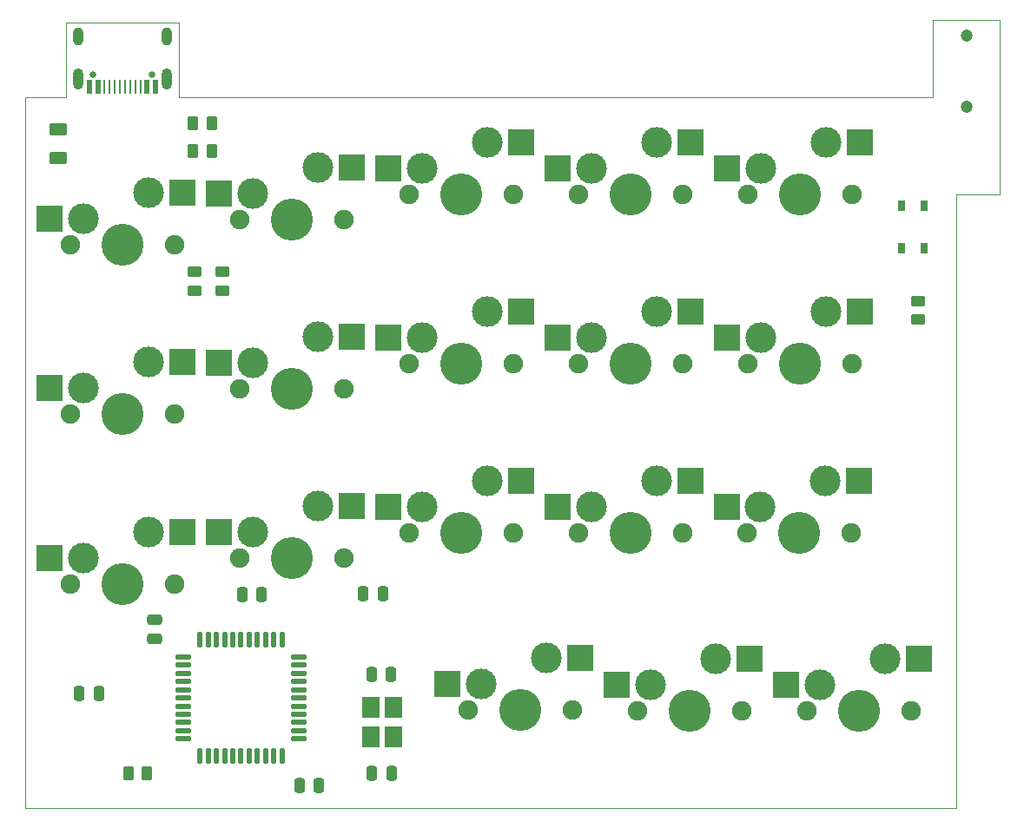
<source format=gbs>
%TF.GenerationSoftware,KiCad,Pcbnew,(6.0.6)*%
%TF.CreationDate,2022-12-14T08:04:59+09:00*%
%TF.ProjectId,split-mini__left,73706c69-742d-46d6-996e-695f5f6c6566,rev?*%
%TF.SameCoordinates,Original*%
%TF.FileFunction,Soldermask,Bot*%
%TF.FilePolarity,Negative*%
%FSLAX46Y46*%
G04 Gerber Fmt 4.6, Leading zero omitted, Abs format (unit mm)*
G04 Created by KiCad (PCBNEW (6.0.6)) date 2022-12-14 08:04:59*
%MOMM*%
%LPD*%
G01*
G04 APERTURE LIST*
G04 Aperture macros list*
%AMRoundRect*
0 Rectangle with rounded corners*
0 $1 Rounding radius*
0 $2 $3 $4 $5 $6 $7 $8 $9 X,Y pos of 4 corners*
0 Add a 4 corners polygon primitive as box body*
4,1,4,$2,$3,$4,$5,$6,$7,$8,$9,$2,$3,0*
0 Add four circle primitives for the rounded corners*
1,1,$1+$1,$2,$3*
1,1,$1+$1,$4,$5*
1,1,$1+$1,$6,$7*
1,1,$1+$1,$8,$9*
0 Add four rect primitives between the rounded corners*
20,1,$1+$1,$2,$3,$4,$5,0*
20,1,$1+$1,$4,$5,$6,$7,0*
20,1,$1+$1,$6,$7,$8,$9,0*
20,1,$1+$1,$8,$9,$2,$3,0*%
G04 Aperture macros list end*
%TA.AperFunction,Profile*%
%ADD10C,0.100000*%
%TD*%
%ADD11C,1.900000*%
%ADD12C,4.100000*%
%ADD13C,3.000000*%
%ADD14R,2.550000X2.500000*%
%ADD15C,0.650000*%
%ADD16R,0.580000X1.400000*%
%ADD17R,0.280000X1.400000*%
%ADD18O,1.000000X1.800000*%
%ADD19O,1.000000X2.100000*%
%ADD20RoundRect,0.137500X-0.137500X0.600000X-0.137500X-0.600000X0.137500X-0.600000X0.137500X0.600000X0*%
%ADD21RoundRect,0.137500X-0.600000X0.137500X-0.600000X-0.137500X0.600000X-0.137500X0.600000X0.137500X0*%
%ADD22RoundRect,0.250000X-0.625000X0.375000X-0.625000X-0.375000X0.625000X-0.375000X0.625000X0.375000X0*%
%ADD23RoundRect,0.250000X0.262500X0.450000X-0.262500X0.450000X-0.262500X-0.450000X0.262500X-0.450000X0*%
%ADD24RoundRect,0.250000X-0.262500X-0.450000X0.262500X-0.450000X0.262500X0.450000X-0.262500X0.450000X0*%
%ADD25RoundRect,0.250000X-0.250000X-0.475000X0.250000X-0.475000X0.250000X0.475000X-0.250000X0.475000X0*%
%ADD26C,1.200000*%
%ADD27RoundRect,0.250000X0.250000X0.475000X-0.250000X0.475000X-0.250000X-0.475000X0.250000X-0.475000X0*%
%ADD28R,0.650000X1.050000*%
%ADD29R,1.800000X2.100000*%
%ADD30RoundRect,0.250000X-0.475000X0.250000X-0.475000X-0.250000X0.475000X-0.250000X0.475000X0.250000X0*%
%ADD31RoundRect,0.250000X0.450000X-0.262500X0.450000X0.262500X-0.450000X0.262500X-0.450000X-0.262500X0*%
%ADD32RoundRect,0.250000X-0.450000X0.262500X-0.450000X-0.262500X0.450000X-0.262500X0.450000X0.262500X0*%
G04 APERTURE END LIST*
D10*
X108880000Y-20730000D02*
X108880000Y-28230000D01*
X115380000Y-37730000D02*
X115380000Y-20730000D01*
X20380000Y-97555000D02*
X111155000Y-97555000D01*
X24380000Y-28230000D02*
X20380000Y-28230000D01*
X35380000Y-28230000D02*
X35380000Y-20930000D01*
X115380000Y-37730000D02*
X111155000Y-37730000D01*
X111155000Y-97555000D02*
X111155000Y-37730000D01*
X35380000Y-20930000D02*
X24380000Y-20930000D01*
X115380000Y-20730000D02*
X108880000Y-20730000D01*
X20380000Y-28230000D02*
X20380000Y-97555000D01*
X108880000Y-28230000D02*
X35380000Y-28230000D01*
X24380000Y-20930000D02*
X24380000Y-28230000D01*
D11*
%TO.C,SW15*%
X100960000Y-70730000D03*
D12*
X95880000Y-70730000D03*
D13*
X92070000Y-68190000D03*
D11*
X90800000Y-70730000D03*
D13*
X98420000Y-65650000D03*
D14*
X88795000Y-68190000D03*
X101722000Y-65650000D03*
%TD*%
D11*
%TO.C,SW7*%
X41300000Y-56720000D03*
X51460000Y-56720000D03*
D13*
X48920000Y-51640000D03*
D12*
X46380000Y-56720000D03*
D13*
X42570000Y-54180000D03*
D14*
X39295000Y-54180000D03*
X52222000Y-51640000D03*
%TD*%
D11*
%TO.C,SW3*%
X57830000Y-37720000D03*
D13*
X59100000Y-35180000D03*
D12*
X62910000Y-37720000D03*
D13*
X65450000Y-32640000D03*
D11*
X67990000Y-37720000D03*
D14*
X55825000Y-35180000D03*
X68752000Y-32640000D03*
%TD*%
D13*
%TO.C,SW6*%
X32410000Y-54090000D03*
D11*
X24790000Y-59170000D03*
D12*
X29870000Y-59170000D03*
D11*
X34950000Y-59170000D03*
D13*
X26060000Y-56630000D03*
D14*
X22785000Y-56630000D03*
X35712000Y-54090000D03*
%TD*%
D13*
%TO.C,SW17*%
X87690000Y-82990000D03*
D11*
X80070000Y-88070000D03*
D12*
X85150000Y-88070000D03*
D13*
X81340000Y-85530000D03*
D11*
X90230000Y-88070000D03*
D14*
X78065000Y-85530000D03*
X90992000Y-82990000D03*
%TD*%
D13*
%TO.C,SW14*%
X81930000Y-65640000D03*
X75580000Y-68180000D03*
D12*
X79390000Y-70720000D03*
D11*
X84470000Y-70720000D03*
X74310000Y-70720000D03*
D14*
X72305000Y-68180000D03*
X85232000Y-65640000D03*
%TD*%
D13*
%TO.C,SW9*%
X75580000Y-51690000D03*
D12*
X79390000Y-54230000D03*
D13*
X81930000Y-49150000D03*
D11*
X84470000Y-54230000D03*
X74310000Y-54230000D03*
D14*
X72305000Y-51690000D03*
X85232000Y-49150000D03*
%TD*%
D13*
%TO.C,SW8*%
X59080000Y-51690000D03*
D11*
X57810000Y-54230000D03*
D12*
X62890000Y-54230000D03*
D13*
X65430000Y-49150000D03*
D11*
X67970000Y-54230000D03*
D14*
X55805000Y-51690000D03*
X68732000Y-49150000D03*
%TD*%
D11*
%TO.C,SW10*%
X100970000Y-54230000D03*
D12*
X95890000Y-54230000D03*
D11*
X90810000Y-54230000D03*
D13*
X92080000Y-51690000D03*
X98430000Y-49150000D03*
D14*
X88805000Y-51690000D03*
X101732000Y-49150000D03*
%TD*%
D12*
%TO.C,SW11*%
X29900000Y-75720000D03*
D13*
X26090000Y-73180000D03*
D11*
X34980000Y-75720000D03*
D13*
X32440000Y-70640000D03*
D11*
X24820000Y-75720000D03*
D14*
X22815000Y-73180000D03*
X35742000Y-70640000D03*
%TD*%
D11*
%TO.C,SW1*%
X24810000Y-42640000D03*
X34970000Y-42640000D03*
D13*
X26080000Y-40100000D03*
X32430000Y-37560000D03*
D12*
X29890000Y-42640000D03*
D14*
X22805000Y-40100000D03*
X35732000Y-37560000D03*
%TD*%
D13*
%TO.C,SW12*%
X42570000Y-70680000D03*
D11*
X51460000Y-73220000D03*
D13*
X48920000Y-68140000D03*
D11*
X41300000Y-73220000D03*
D12*
X46380000Y-73220000D03*
D14*
X39295000Y-70680000D03*
X52222000Y-68140000D03*
%TD*%
D11*
%TO.C,SW5*%
X100990000Y-37700000D03*
X90830000Y-37700000D03*
D13*
X98450000Y-32620000D03*
X92100000Y-35160000D03*
D12*
X95910000Y-37700000D03*
D14*
X88825000Y-35160000D03*
X101752000Y-32620000D03*
%TD*%
D11*
%TO.C,SW2*%
X41310000Y-40190000D03*
D12*
X46390000Y-40190000D03*
D13*
X48930000Y-35110000D03*
X42580000Y-37650000D03*
D11*
X51470000Y-40190000D03*
D14*
X39305000Y-37650000D03*
X52232000Y-35110000D03*
%TD*%
D11*
%TO.C,SW13*%
X67990000Y-70750000D03*
X57830000Y-70750000D03*
D13*
X59100000Y-68210000D03*
X65450000Y-65670000D03*
D12*
X62910000Y-70750000D03*
D14*
X55825000Y-68210000D03*
X68752000Y-65670000D03*
%TD*%
D11*
%TO.C,SW16*%
X63580000Y-88050000D03*
D13*
X71200000Y-82970000D03*
D11*
X73740000Y-88050000D03*
D13*
X64850000Y-85510000D03*
D12*
X68660000Y-88050000D03*
D14*
X61575000Y-85510000D03*
X74502000Y-82970000D03*
%TD*%
D12*
%TO.C,SW4*%
X79420000Y-37720000D03*
D11*
X84500000Y-37720000D03*
X74340000Y-37720000D03*
D13*
X75610000Y-35180000D03*
X81960000Y-32640000D03*
D14*
X72335000Y-35180000D03*
X85262000Y-32640000D03*
%TD*%
D11*
%TO.C,SW18*%
X96590000Y-88060000D03*
D13*
X104210000Y-82980000D03*
X97860000Y-85520000D03*
D11*
X106750000Y-88060000D03*
D12*
X101670000Y-88060000D03*
D14*
X94585000Y-85520000D03*
X107512000Y-82980000D03*
%TD*%
D15*
%TO.C,J1*%
X27000000Y-26000000D03*
X32780000Y-26000000D03*
D16*
X26690000Y-27200000D03*
X27490000Y-27200000D03*
D17*
X28640000Y-27200000D03*
X29640000Y-27200000D03*
X30140000Y-27200000D03*
X31140000Y-27200000D03*
D16*
X32290000Y-27200000D03*
X33090000Y-27200000D03*
X33090000Y-27200000D03*
X32290000Y-27200000D03*
D17*
X31640000Y-27200000D03*
X30640000Y-27200000D03*
X29140000Y-27200000D03*
X28140000Y-27200000D03*
D16*
X27490000Y-27200000D03*
X26690000Y-27200000D03*
D18*
X34210000Y-22320000D03*
D19*
X25570000Y-26500000D03*
X34210000Y-26500000D03*
D18*
X25570000Y-22320000D03*
%TD*%
D20*
%TO.C,U1*%
X37440000Y-81177500D03*
X38240000Y-81177500D03*
X39040000Y-81177500D03*
X39840000Y-81177500D03*
X40640000Y-81177500D03*
X41440000Y-81177500D03*
X42240000Y-81177500D03*
X43040000Y-81177500D03*
X43840000Y-81177500D03*
X44640000Y-81177500D03*
X45440000Y-81177500D03*
D21*
X47102500Y-82840000D03*
X47102500Y-83640000D03*
X47102500Y-84440000D03*
X47102500Y-85240000D03*
X47102500Y-86040000D03*
X47102500Y-86840000D03*
X47102500Y-87640000D03*
X47102500Y-88440000D03*
X47102500Y-89240000D03*
X47102500Y-90040000D03*
X47102500Y-90840000D03*
D20*
X45440000Y-92502500D03*
X44640000Y-92502500D03*
X43840000Y-92502500D03*
X43040000Y-92502500D03*
X42240000Y-92502500D03*
X41440000Y-92502500D03*
X40640000Y-92502500D03*
X39840000Y-92502500D03*
X39040000Y-92502500D03*
X38240000Y-92502500D03*
X37440000Y-92502500D03*
D21*
X35777500Y-90840000D03*
X35777500Y-90040000D03*
X35777500Y-89240000D03*
X35777500Y-88440000D03*
X35777500Y-87640000D03*
X35777500Y-86840000D03*
X35777500Y-86040000D03*
X35777500Y-85240000D03*
X35777500Y-84440000D03*
X35777500Y-83640000D03*
X35777500Y-82840000D03*
%TD*%
D22*
%TO.C,F1*%
X23590000Y-31370000D03*
X23590000Y-34170000D03*
%TD*%
D23*
%TO.C,R5*%
X32282500Y-94210000D03*
X30457500Y-94210000D03*
%TD*%
D24*
%TO.C,R1*%
X36787500Y-33470000D03*
X38612500Y-33470000D03*
%TD*%
D25*
%TO.C,C5*%
X25680000Y-86410000D03*
X27580000Y-86410000D03*
%TD*%
D26*
%TO.C,J2*%
X112200000Y-29200000D03*
X112200000Y-22200000D03*
%TD*%
D27*
%TO.C,C7*%
X56090000Y-84520000D03*
X54190000Y-84520000D03*
%TD*%
D24*
%TO.C,R2*%
X36767500Y-30780000D03*
X38592500Y-30780000D03*
%TD*%
D28*
%TO.C,RESET1*%
X105870000Y-38790000D03*
X105870000Y-42950000D03*
X108030000Y-38790000D03*
X108030000Y-42950000D03*
%TD*%
D29*
%TO.C,Y1*%
X54110000Y-90640000D03*
X54110000Y-87740000D03*
X56310000Y-87740000D03*
X56310000Y-90640000D03*
%TD*%
D25*
%TO.C,C4*%
X47150000Y-95390000D03*
X49050000Y-95390000D03*
%TD*%
D30*
%TO.C,C2*%
X33040000Y-79190000D03*
X33040000Y-81090000D03*
%TD*%
D31*
%TO.C,R6*%
X107480000Y-49925000D03*
X107480000Y-48100000D03*
%TD*%
D27*
%TO.C,C6*%
X56100000Y-94200000D03*
X54200000Y-94200000D03*
%TD*%
D32*
%TO.C,R4*%
X39650000Y-45297500D03*
X39650000Y-45297500D03*
X39650000Y-47122500D03*
%TD*%
%TO.C,R3*%
X36920000Y-45287500D03*
X36920000Y-47112500D03*
%TD*%
D27*
%TO.C,C3*%
X43440000Y-76770000D03*
X41540000Y-76770000D03*
%TD*%
D25*
%TO.C,C1*%
X53350000Y-76660000D03*
X55250000Y-76660000D03*
%TD*%
M02*

</source>
